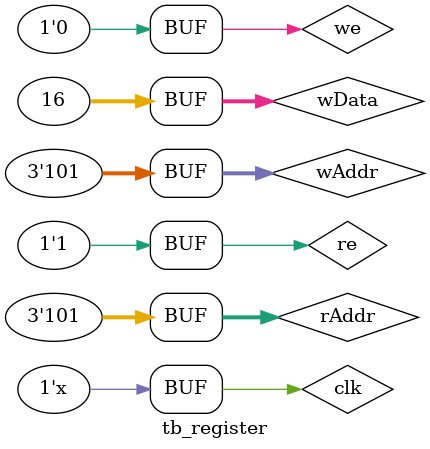
<source format=v>
`timescale 1ns/100ps

module tb_register;
	reg [2:0] wAddr, rAddr;
   reg [31:0] wData;
   reg we, re, clk;
   wire [31:0] rData;
	
	parameter STEP=10;
	
	register temp(wAddr, rAddr, wData, we, re, clk, rData);
	
	always #(STEP/2) clk=~clk;
	
	initial begin
		#0; clk=0;
		wData=8'h00000001;
		we=1'b1;
		re=1'b0;
		wAddr=3'b000;
		rAddr=3'b000;
		#10;
		
		wData=8'h00000010;
		wAddr=3'b001;
		#10;
		
		we=1'b1;
		wData=8'h00000011;
		wAddr=3'b010;
		#10;
		
		we=1'b0;
		re=1'b1;
		#10;
		
		rAddr=3'b001;
		#10;
		
		rAddr=3'b010;
		#10;
		
		we=1'b1;
		re=1'b0;
		wData=8'h00000010;
		wAddr=3'b101;
		#10;
		
		we=1'b0;
		re=1'b1;
		rAddr=3'b011;
		#10;
		
		rAddr=3'b101;
		#10;
		
		
	end

endmodule
		
</source>
